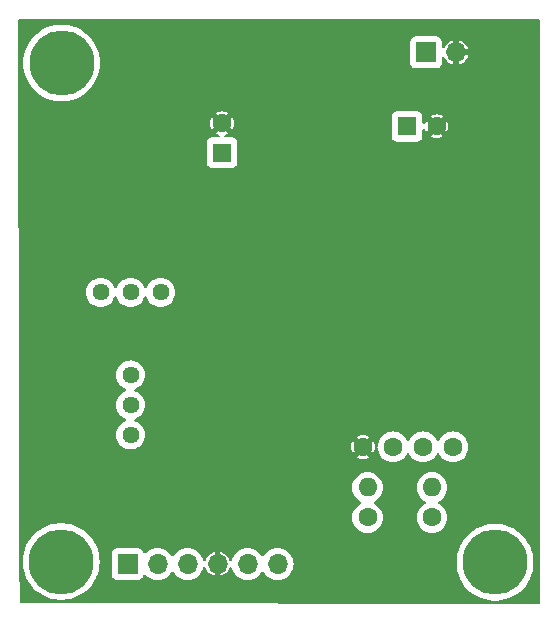
<source format=gbr>
%TF.GenerationSoftware,KiCad,Pcbnew,7.0.7*%
%TF.CreationDate,2024-03-21T17:46:43+00:00*%
%TF.ProjectId,BT401_Digimodes,42543430-315f-4446-9967-696d6f646573,rev?*%
%TF.SameCoordinates,Original*%
%TF.FileFunction,Copper,L2,Bot*%
%TF.FilePolarity,Positive*%
%FSLAX46Y46*%
G04 Gerber Fmt 4.6, Leading zero omitted, Abs format (unit mm)*
G04 Created by KiCad (PCBNEW 7.0.7) date 2024-03-21 17:46:43*
%MOMM*%
%LPD*%
G01*
G04 APERTURE LIST*
%TA.AperFunction,ComponentPad*%
%ADD10C,5.500000*%
%TD*%
%TA.AperFunction,ComponentPad*%
%ADD11R,1.600000X1.600000*%
%TD*%
%TA.AperFunction,ComponentPad*%
%ADD12C,1.600000*%
%TD*%
%TA.AperFunction,ComponentPad*%
%ADD13R,1.700000X1.700000*%
%TD*%
%TA.AperFunction,ComponentPad*%
%ADD14O,1.700000X1.700000*%
%TD*%
%TA.AperFunction,ComponentPad*%
%ADD15C,1.440000*%
%TD*%
%TA.AperFunction,ComponentPad*%
%ADD16O,1.600000X1.600000*%
%TD*%
%TA.AperFunction,ViaPad*%
%ADD17C,0.800000*%
%TD*%
G04 APERTURE END LIST*
D10*
%TO.P,,3*%
%TO.N,N/C*%
X130657600Y-97840800D03*
%TD*%
D11*
%TO.P,C5,1*%
%TO.N,+5V*%
X144272000Y-63231000D03*
D12*
%TO.P,C5,2*%
%TO.N,GND*%
X144272000Y-60731000D03*
%TD*%
D10*
%TO.P,REF\u002A\u002A,2*%
%TO.N,N/C*%
X167386000Y-97917000D03*
%TD*%
D13*
%TO.P,J1,1,Pin_1*%
%TO.N,TRX Data Out*%
X136271000Y-98044000D03*
D14*
%TO.P,J1,2,Pin_2*%
%TO.N,TRX Data In*%
X138811000Y-98044000D03*
%TO.P,J1,3,Pin_3*%
%TO.N,TRX Data Gnd*%
X141351000Y-98044000D03*
%TO.P,J1,4,Pin_4*%
%TO.N,GND*%
X143891000Y-98044000D03*
%TO.P,J1,5,Pin_5*%
%TO.N,TRX CAT RX*%
X146431000Y-98044000D03*
%TO.P,J1,6,Pin_6*%
%TO.N,TRX CAT TX*%
X148971000Y-98044000D03*
%TD*%
D15*
%TO.P,RV1,1,1*%
%TO.N,Net-(BT1-PA0)*%
X139065000Y-75057000D03*
%TO.P,RV1,2,2*%
%TO.N,Net-(C1-Pad2)*%
X136525000Y-75057000D03*
%TO.P,RV1,3,3*%
%TO.N,TRX Data Gnd*%
X133985000Y-75057000D03*
%TD*%
D13*
%TO.P,J2,1,Pin_1*%
%TO.N,+12V*%
X161544000Y-54737000D03*
D14*
%TO.P,J2,2,Pin_2*%
%TO.N,GND*%
X164084000Y-54737000D03*
%TD*%
D15*
%TO.P,RV2,1,1*%
%TO.N,Net-(C2-Pad2)*%
X136525000Y-82042000D03*
%TO.P,RV2,2,2*%
%TO.N,TRX Data In*%
X136525000Y-84582000D03*
%TO.P,RV2,3,3*%
%TO.N,TRX Data Gnd*%
X136525000Y-87122000D03*
%TD*%
D12*
%TO.P,L1,1*%
%TO.N,TRX CAT RX*%
X156591000Y-94107000D03*
D16*
%TO.P,L1,2*%
%TO.N,Net-(BT1-TX)*%
X156591000Y-91567000D03*
%TD*%
D11*
%TO.P,C4,1*%
%TO.N,+12V*%
X159933000Y-60985000D03*
D12*
%TO.P,C4,2*%
%TO.N,GND*%
X162433000Y-60985000D03*
%TD*%
%TO.P,L2,1*%
%TO.N,TRX CAT TX*%
X162052000Y-94107000D03*
D16*
%TO.P,L2,2*%
%TO.N,Net-(BT1-RX)*%
X162052000Y-91567000D03*
%TD*%
D12*
%TO.P,BT1,29,GND*%
%TO.N,GND*%
X156210000Y-88138000D03*
%TO.P,BT1,30,TX*%
%TO.N,Net-(BT1-TX)*%
X158750000Y-88138000D03*
%TO.P,BT1,31,RX*%
%TO.N,Net-(BT1-RX)*%
X161290000Y-88138000D03*
%TO.P,BT1,32,5.0V*%
%TO.N,+5V*%
X163830000Y-88138000D03*
%TD*%
D10*
%TO.P,REF\u002A\u002A,1*%
%TO.N,N/C*%
X130683000Y-55626000D03*
%TD*%
D17*
%TO.N,GND*%
X146177000Y-73787000D03*
X155067000Y-76962000D03*
X137160000Y-89916000D03*
X159893000Y-93091000D03*
X142621000Y-89154000D03*
X139573000Y-79248000D03*
%TD*%
%TA.AperFunction,Conductor*%
%TO.N,GND*%
G36*
X171138539Y-51963185D02*
G01*
X171184294Y-52015989D01*
X171195500Y-52067500D01*
X171195500Y-101348140D01*
X171175815Y-101415179D01*
X171123011Y-101460934D01*
X171071143Y-101472139D01*
X127250823Y-101345856D01*
X127183840Y-101325979D01*
X127138238Y-101273043D01*
X127127180Y-101222180D01*
X127118488Y-97840802D01*
X127402326Y-97840802D01*
X127421408Y-98192754D01*
X127452341Y-98381440D01*
X127473034Y-98507664D01*
X127478433Y-98540593D01*
X127478434Y-98540596D01*
X127572726Y-98880208D01*
X127572727Y-98880210D01*
X127703188Y-99207644D01*
X127703197Y-99207662D01*
X127868295Y-99519069D01*
X128066098Y-99810806D01*
X128066105Y-99810816D01*
X128294285Y-100079449D01*
X128294286Y-100079450D01*
X128550180Y-100321846D01*
X128830782Y-100535154D01*
X129132802Y-100716874D01*
X129132806Y-100716875D01*
X129132810Y-100716878D01*
X129452688Y-100864870D01*
X129452692Y-100864870D01*
X129452699Y-100864874D01*
X129786722Y-100977419D01*
X130130955Y-101053191D01*
X130481363Y-101091300D01*
X130481369Y-101091300D01*
X130833831Y-101091300D01*
X130833837Y-101091300D01*
X131184245Y-101053191D01*
X131528478Y-100977419D01*
X131862501Y-100864874D01*
X131862508Y-100864870D01*
X131862511Y-100864870D01*
X132182389Y-100716878D01*
X132182398Y-100716874D01*
X132484418Y-100535154D01*
X132765020Y-100321846D01*
X133020914Y-100079450D01*
X133249101Y-99810808D01*
X133446905Y-99519069D01*
X133612007Y-99207654D01*
X133717905Y-98941870D01*
X134920500Y-98941870D01*
X134920501Y-98941876D01*
X134926908Y-99001483D01*
X134977202Y-99136328D01*
X134977206Y-99136335D01*
X135063452Y-99251544D01*
X135063455Y-99251547D01*
X135178664Y-99337793D01*
X135178671Y-99337797D01*
X135313517Y-99388091D01*
X135313516Y-99388091D01*
X135320444Y-99388835D01*
X135373127Y-99394500D01*
X137168872Y-99394499D01*
X137228483Y-99388091D01*
X137363331Y-99337796D01*
X137478546Y-99251546D01*
X137564796Y-99136331D01*
X137613810Y-99004916D01*
X137655681Y-98948984D01*
X137721145Y-98924566D01*
X137789418Y-98939417D01*
X137817673Y-98960569D01*
X137939599Y-99082495D01*
X138036384Y-99150265D01*
X138133165Y-99218032D01*
X138133167Y-99218033D01*
X138133170Y-99218035D01*
X138347337Y-99317903D01*
X138575592Y-99379063D01*
X138752034Y-99394500D01*
X138810999Y-99399659D01*
X138811000Y-99399659D01*
X138811001Y-99399659D01*
X138869966Y-99394500D01*
X139046408Y-99379063D01*
X139274663Y-99317903D01*
X139488830Y-99218035D01*
X139682401Y-99082495D01*
X139849495Y-98915401D01*
X139979424Y-98729842D01*
X140034002Y-98686217D01*
X140103500Y-98679023D01*
X140165855Y-98710546D01*
X140182575Y-98729842D01*
X140312500Y-98915395D01*
X140312505Y-98915401D01*
X140479599Y-99082495D01*
X140576384Y-99150265D01*
X140673165Y-99218032D01*
X140673167Y-99218033D01*
X140673170Y-99218035D01*
X140887337Y-99317903D01*
X141115592Y-99379063D01*
X141292034Y-99394500D01*
X141350999Y-99399659D01*
X141351000Y-99399659D01*
X141351001Y-99399659D01*
X141409966Y-99394500D01*
X141586408Y-99379063D01*
X141814663Y-99317903D01*
X142028830Y-99218035D01*
X142222401Y-99082495D01*
X142389495Y-98915401D01*
X142525035Y-98721830D01*
X142624903Y-98507663D01*
X142657678Y-98385342D01*
X142694042Y-98325683D01*
X142756889Y-98295153D01*
X142826265Y-98303447D01*
X142880143Y-98347932D01*
X142896113Y-98381440D01*
X142916232Y-98447763D01*
X143013728Y-98630166D01*
X143013732Y-98630173D01*
X143144944Y-98790055D01*
X143304826Y-98921267D01*
X143304833Y-98921271D01*
X143487233Y-99018766D01*
X143641000Y-99065410D01*
X143641000Y-98656301D01*
X143660685Y-98589262D01*
X143713489Y-98543507D01*
X143782647Y-98533563D01*
X143855237Y-98544000D01*
X143855238Y-98544000D01*
X143926762Y-98544000D01*
X143926763Y-98544000D01*
X143999353Y-98533563D01*
X144068512Y-98543507D01*
X144121315Y-98589262D01*
X144141000Y-98656301D01*
X144141000Y-99065410D01*
X144294766Y-99018766D01*
X144477166Y-98921271D01*
X144477173Y-98921267D01*
X144637055Y-98790055D01*
X144768267Y-98630173D01*
X144768271Y-98630166D01*
X144865766Y-98447765D01*
X144885885Y-98381442D01*
X144924182Y-98323003D01*
X144987994Y-98294546D01*
X145057061Y-98305105D01*
X145109455Y-98351329D01*
X145124321Y-98385342D01*
X145157095Y-98507658D01*
X145157096Y-98507660D01*
X145157097Y-98507663D01*
X145207987Y-98616796D01*
X145256965Y-98721830D01*
X145256967Y-98721834D01*
X145365281Y-98876521D01*
X145392505Y-98915401D01*
X145559599Y-99082495D01*
X145656384Y-99150265D01*
X145753165Y-99218032D01*
X145753167Y-99218033D01*
X145753170Y-99218035D01*
X145967337Y-99317903D01*
X146195592Y-99379063D01*
X146372034Y-99394500D01*
X146430999Y-99399659D01*
X146431000Y-99399659D01*
X146431001Y-99399659D01*
X146489966Y-99394500D01*
X146666408Y-99379063D01*
X146894663Y-99317903D01*
X147108830Y-99218035D01*
X147302401Y-99082495D01*
X147469495Y-98915401D01*
X147599424Y-98729842D01*
X147654002Y-98686217D01*
X147723500Y-98679023D01*
X147785855Y-98710546D01*
X147802575Y-98729842D01*
X147932500Y-98915395D01*
X147932505Y-98915401D01*
X148099599Y-99082495D01*
X148196384Y-99150265D01*
X148293165Y-99218032D01*
X148293167Y-99218033D01*
X148293170Y-99218035D01*
X148507337Y-99317903D01*
X148735592Y-99379063D01*
X148912034Y-99394500D01*
X148970999Y-99399659D01*
X148971000Y-99399659D01*
X148971001Y-99399659D01*
X149029966Y-99394500D01*
X149206408Y-99379063D01*
X149434663Y-99317903D01*
X149648830Y-99218035D01*
X149842401Y-99082495D01*
X150009495Y-98915401D01*
X150145035Y-98721830D01*
X150244903Y-98507663D01*
X150306063Y-98279408D01*
X150326659Y-98044000D01*
X150315548Y-97917002D01*
X164130726Y-97917002D01*
X164149808Y-98268954D01*
X164182596Y-98468952D01*
X164202319Y-98589262D01*
X164206833Y-98616793D01*
X164206834Y-98616796D01*
X164301126Y-98956408D01*
X164301127Y-98956410D01*
X164431588Y-99283844D01*
X164431597Y-99283862D01*
X164596695Y-99595269D01*
X164794498Y-99887006D01*
X164794505Y-99887016D01*
X164957960Y-100079449D01*
X165022686Y-100155650D01*
X165278580Y-100398046D01*
X165559182Y-100611354D01*
X165861202Y-100793074D01*
X165861206Y-100793075D01*
X165861210Y-100793078D01*
X166181088Y-100941070D01*
X166181092Y-100941070D01*
X166181099Y-100941074D01*
X166515122Y-101053619D01*
X166859355Y-101129391D01*
X167209763Y-101167500D01*
X167209769Y-101167500D01*
X167562231Y-101167500D01*
X167562237Y-101167500D01*
X167912645Y-101129391D01*
X168256878Y-101053619D01*
X168590901Y-100941074D01*
X168590908Y-100941070D01*
X168590911Y-100941070D01*
X168910789Y-100793078D01*
X168910798Y-100793074D01*
X169212818Y-100611354D01*
X169493420Y-100398046D01*
X169749314Y-100155650D01*
X169977501Y-99887008D01*
X170175305Y-99595269D01*
X170340407Y-99283854D01*
X170470871Y-98956414D01*
X170474908Y-98941876D01*
X170517060Y-98790055D01*
X170565168Y-98616788D01*
X170622191Y-98268957D01*
X170641274Y-97917000D01*
X170637142Y-97840800D01*
X170623021Y-97580344D01*
X170622191Y-97565043D01*
X170565168Y-97217212D01*
X170522704Y-97064271D01*
X170470873Y-96877591D01*
X170470872Y-96877589D01*
X170467834Y-96869965D01*
X170397525Y-96693501D01*
X170340411Y-96550155D01*
X170340402Y-96550137D01*
X170175304Y-96238730D01*
X170123639Y-96162530D01*
X169977501Y-95946992D01*
X169977497Y-95946987D01*
X169977494Y-95946983D01*
X169749314Y-95678350D01*
X169749313Y-95678349D01*
X169493420Y-95435954D01*
X169493413Y-95435948D01*
X169493410Y-95435946D01*
X169328791Y-95310806D01*
X169212818Y-95222646D01*
X169212815Y-95222644D01*
X168910802Y-95040928D01*
X168910789Y-95040921D01*
X168590911Y-94892929D01*
X168590906Y-94892928D01*
X168590903Y-94892927D01*
X168590901Y-94892926D01*
X168484432Y-94857052D01*
X168256880Y-94780381D01*
X167912643Y-94704608D01*
X167562238Y-94666500D01*
X167562237Y-94666500D01*
X167209763Y-94666500D01*
X167209761Y-94666500D01*
X166859356Y-94704608D01*
X166515119Y-94780381D01*
X166181093Y-94892928D01*
X166181088Y-94892929D01*
X165861210Y-95040921D01*
X165861197Y-95040928D01*
X165559184Y-95222644D01*
X165278589Y-95435946D01*
X165278580Y-95435954D01*
X165022685Y-95678350D01*
X164794505Y-95946983D01*
X164794498Y-95946993D01*
X164596695Y-96238730D01*
X164431597Y-96550137D01*
X164431588Y-96550155D01*
X164301127Y-96877589D01*
X164301126Y-96877591D01*
X164206834Y-97217203D01*
X164206833Y-97217206D01*
X164149808Y-97565045D01*
X164130726Y-97916997D01*
X164130726Y-97917002D01*
X150315548Y-97917002D01*
X150306063Y-97808592D01*
X150244903Y-97580337D01*
X150145035Y-97366171D01*
X150139425Y-97358158D01*
X150009494Y-97172597D01*
X149842402Y-97005506D01*
X149842395Y-97005501D01*
X149648834Y-96869967D01*
X149648830Y-96869965D01*
X149648828Y-96869964D01*
X149434663Y-96770097D01*
X149434659Y-96770096D01*
X149434655Y-96770094D01*
X149206413Y-96708938D01*
X149206403Y-96708936D01*
X148971001Y-96688341D01*
X148970999Y-96688341D01*
X148735596Y-96708936D01*
X148735586Y-96708938D01*
X148507344Y-96770094D01*
X148507335Y-96770098D01*
X148293171Y-96869964D01*
X148293169Y-96869965D01*
X148099597Y-97005505D01*
X147932505Y-97172597D01*
X147802575Y-97358158D01*
X147747998Y-97401783D01*
X147678500Y-97408977D01*
X147616145Y-97377454D01*
X147599425Y-97358158D01*
X147469494Y-97172597D01*
X147302402Y-97005506D01*
X147302395Y-97005501D01*
X147108834Y-96869967D01*
X147108830Y-96869965D01*
X147108828Y-96869964D01*
X146894663Y-96770097D01*
X146894659Y-96770096D01*
X146894655Y-96770094D01*
X146666413Y-96708938D01*
X146666403Y-96708936D01*
X146431001Y-96688341D01*
X146430999Y-96688341D01*
X146195596Y-96708936D01*
X146195586Y-96708938D01*
X145967344Y-96770094D01*
X145967335Y-96770098D01*
X145753171Y-96869964D01*
X145753169Y-96869965D01*
X145559597Y-97005505D01*
X145392505Y-97172597D01*
X145256965Y-97366169D01*
X145256964Y-97366171D01*
X145157098Y-97580335D01*
X145157095Y-97580342D01*
X145124321Y-97702657D01*
X145087956Y-97762317D01*
X145025109Y-97792846D01*
X144955733Y-97784551D01*
X144901855Y-97740066D01*
X144885885Y-97706558D01*
X144865765Y-97640233D01*
X144768271Y-97457833D01*
X144768267Y-97457826D01*
X144637055Y-97297944D01*
X144477173Y-97166732D01*
X144477166Y-97166728D01*
X144294763Y-97069232D01*
X144141000Y-97022587D01*
X144141000Y-97431698D01*
X144121315Y-97498737D01*
X144068511Y-97544492D01*
X143999355Y-97554436D01*
X143926766Y-97544000D01*
X143926763Y-97544000D01*
X143855237Y-97544000D01*
X143855233Y-97544000D01*
X143782645Y-97554436D01*
X143713487Y-97544492D01*
X143660684Y-97498736D01*
X143641000Y-97431698D01*
X143641000Y-97022587D01*
X143487236Y-97069232D01*
X143304833Y-97166728D01*
X143304826Y-97166732D01*
X143144944Y-97297944D01*
X143013732Y-97457826D01*
X143013728Y-97457833D01*
X142916232Y-97640236D01*
X142896113Y-97706559D01*
X142857815Y-97764997D01*
X142794003Y-97793454D01*
X142724936Y-97782893D01*
X142672543Y-97736668D01*
X142657678Y-97702656D01*
X142624905Y-97580344D01*
X142624904Y-97580342D01*
X142624903Y-97580337D01*
X142525035Y-97366171D01*
X142519425Y-97358158D01*
X142389494Y-97172597D01*
X142222402Y-97005506D01*
X142222395Y-97005501D01*
X142028834Y-96869967D01*
X142028830Y-96869965D01*
X142028828Y-96869964D01*
X141814663Y-96770097D01*
X141814659Y-96770096D01*
X141814655Y-96770094D01*
X141586413Y-96708938D01*
X141586403Y-96708936D01*
X141351001Y-96688341D01*
X141350999Y-96688341D01*
X141115596Y-96708936D01*
X141115586Y-96708938D01*
X140887344Y-96770094D01*
X140887335Y-96770098D01*
X140673171Y-96869964D01*
X140673169Y-96869965D01*
X140479597Y-97005505D01*
X140312505Y-97172597D01*
X140182575Y-97358158D01*
X140127998Y-97401783D01*
X140058500Y-97408977D01*
X139996145Y-97377454D01*
X139979425Y-97358158D01*
X139849494Y-97172597D01*
X139682402Y-97005506D01*
X139682395Y-97005501D01*
X139488834Y-96869967D01*
X139488830Y-96869965D01*
X139488828Y-96869964D01*
X139274663Y-96770097D01*
X139274659Y-96770096D01*
X139274655Y-96770094D01*
X139046413Y-96708938D01*
X139046403Y-96708936D01*
X138811001Y-96688341D01*
X138810999Y-96688341D01*
X138575596Y-96708936D01*
X138575586Y-96708938D01*
X138347344Y-96770094D01*
X138347335Y-96770098D01*
X138133171Y-96869964D01*
X138133169Y-96869965D01*
X137939600Y-97005503D01*
X137817673Y-97127430D01*
X137756350Y-97160914D01*
X137686658Y-97155930D01*
X137630725Y-97114058D01*
X137613810Y-97083081D01*
X137564797Y-96951671D01*
X137564793Y-96951664D01*
X137478547Y-96836455D01*
X137478544Y-96836452D01*
X137363335Y-96750206D01*
X137363328Y-96750202D01*
X137228482Y-96699908D01*
X137228483Y-96699908D01*
X137168883Y-96693501D01*
X137168881Y-96693500D01*
X137168873Y-96693500D01*
X137168864Y-96693500D01*
X135373129Y-96693500D01*
X135373123Y-96693501D01*
X135313516Y-96699908D01*
X135178671Y-96750202D01*
X135178664Y-96750206D01*
X135063455Y-96836452D01*
X135063452Y-96836455D01*
X134977206Y-96951664D01*
X134977202Y-96951671D01*
X134926908Y-97086517D01*
X134920501Y-97146116D01*
X134920500Y-97146135D01*
X134920500Y-98941870D01*
X133717905Y-98941870D01*
X133742471Y-98880214D01*
X133836768Y-98540588D01*
X133893791Y-98192757D01*
X133908742Y-97917002D01*
X133912874Y-97840802D01*
X133912874Y-97840797D01*
X133897923Y-97565045D01*
X133893791Y-97488843D01*
X133836768Y-97141012D01*
X133784196Y-96951664D01*
X133742473Y-96801391D01*
X133742472Y-96801389D01*
X133612011Y-96473955D01*
X133612002Y-96473937D01*
X133446905Y-96162531D01*
X133249101Y-95870792D01*
X133249097Y-95870787D01*
X133249094Y-95870783D01*
X133020914Y-95602150D01*
X132845463Y-95435954D01*
X132765020Y-95359754D01*
X132765013Y-95359748D01*
X132765010Y-95359746D01*
X132484415Y-95146444D01*
X132182402Y-94964728D01*
X132182389Y-94964721D01*
X131862511Y-94816729D01*
X131862506Y-94816728D01*
X131862503Y-94816727D01*
X131862501Y-94816726D01*
X131754632Y-94780381D01*
X131528480Y-94704181D01*
X131184243Y-94628408D01*
X130833838Y-94590300D01*
X130833837Y-94590300D01*
X130481363Y-94590300D01*
X130481361Y-94590300D01*
X130130956Y-94628408D01*
X129786719Y-94704181D01*
X129452693Y-94816728D01*
X129452688Y-94816729D01*
X129132810Y-94964721D01*
X129132797Y-94964728D01*
X128830784Y-95146444D01*
X128550189Y-95359746D01*
X128550180Y-95359754D01*
X128294285Y-95602150D01*
X128066105Y-95870783D01*
X128066098Y-95870793D01*
X127868295Y-96162530D01*
X127703197Y-96473937D01*
X127703188Y-96473955D01*
X127572727Y-96801389D01*
X127572726Y-96801391D01*
X127478434Y-97141003D01*
X127478433Y-97141006D01*
X127421408Y-97488845D01*
X127402326Y-97840797D01*
X127402326Y-97840802D01*
X127118488Y-97840802D01*
X127108890Y-94107001D01*
X155285532Y-94107001D01*
X155305364Y-94333686D01*
X155305366Y-94333697D01*
X155364258Y-94553488D01*
X155364261Y-94553497D01*
X155460431Y-94759732D01*
X155460432Y-94759734D01*
X155590954Y-94946141D01*
X155751858Y-95107045D01*
X155751861Y-95107047D01*
X155938266Y-95237568D01*
X156144504Y-95333739D01*
X156364308Y-95392635D01*
X156526230Y-95406801D01*
X156590998Y-95412468D01*
X156591000Y-95412468D01*
X156591002Y-95412468D01*
X156647673Y-95407509D01*
X156817692Y-95392635D01*
X157037496Y-95333739D01*
X157243734Y-95237568D01*
X157430139Y-95107047D01*
X157591047Y-94946139D01*
X157721568Y-94759734D01*
X157817739Y-94553496D01*
X157876635Y-94333692D01*
X157896468Y-94107001D01*
X160746532Y-94107001D01*
X160766364Y-94333686D01*
X160766366Y-94333697D01*
X160825258Y-94553488D01*
X160825261Y-94553497D01*
X160921431Y-94759732D01*
X160921432Y-94759734D01*
X161051954Y-94946141D01*
X161212858Y-95107045D01*
X161212861Y-95107047D01*
X161399266Y-95237568D01*
X161605504Y-95333739D01*
X161825308Y-95392635D01*
X161987230Y-95406801D01*
X162051998Y-95412468D01*
X162052000Y-95412468D01*
X162052002Y-95412468D01*
X162108673Y-95407509D01*
X162278692Y-95392635D01*
X162498496Y-95333739D01*
X162704734Y-95237568D01*
X162891139Y-95107047D01*
X163052047Y-94946139D01*
X163182568Y-94759734D01*
X163278739Y-94553496D01*
X163337635Y-94333692D01*
X163357468Y-94107000D01*
X163337635Y-93880308D01*
X163278739Y-93660504D01*
X163182568Y-93454266D01*
X163052047Y-93267861D01*
X163052045Y-93267858D01*
X162891141Y-93106954D01*
X162704734Y-92976432D01*
X162704728Y-92976429D01*
X162646725Y-92949382D01*
X162594285Y-92903210D01*
X162575133Y-92836017D01*
X162595348Y-92769135D01*
X162646725Y-92724618D01*
X162704734Y-92697568D01*
X162891139Y-92567047D01*
X163052047Y-92406139D01*
X163182568Y-92219734D01*
X163278739Y-92013496D01*
X163337635Y-91793692D01*
X163357468Y-91567000D01*
X163337635Y-91340308D01*
X163278739Y-91120504D01*
X163182568Y-90914266D01*
X163052047Y-90727861D01*
X163052045Y-90727858D01*
X162891141Y-90566954D01*
X162704734Y-90436432D01*
X162704732Y-90436431D01*
X162498497Y-90340261D01*
X162498488Y-90340258D01*
X162278697Y-90281366D01*
X162278693Y-90281365D01*
X162278692Y-90281365D01*
X162278691Y-90281364D01*
X162278686Y-90281364D01*
X162052002Y-90261532D01*
X162051998Y-90261532D01*
X161825313Y-90281364D01*
X161825302Y-90281366D01*
X161605511Y-90340258D01*
X161605502Y-90340261D01*
X161399267Y-90436431D01*
X161399265Y-90436432D01*
X161212858Y-90566954D01*
X161051954Y-90727858D01*
X160921432Y-90914265D01*
X160921431Y-90914267D01*
X160825261Y-91120502D01*
X160825258Y-91120511D01*
X160766366Y-91340302D01*
X160766364Y-91340313D01*
X160746532Y-91566998D01*
X160746532Y-91567001D01*
X160766364Y-91793686D01*
X160766366Y-91793697D01*
X160825258Y-92013488D01*
X160825261Y-92013497D01*
X160921431Y-92219732D01*
X160921432Y-92219734D01*
X161051954Y-92406141D01*
X161212858Y-92567045D01*
X161212861Y-92567047D01*
X161399266Y-92697568D01*
X161457275Y-92724618D01*
X161509714Y-92770791D01*
X161528866Y-92837984D01*
X161508650Y-92904865D01*
X161457275Y-92949382D01*
X161399267Y-92976431D01*
X161399265Y-92976432D01*
X161212858Y-93106954D01*
X161051954Y-93267858D01*
X160921432Y-93454265D01*
X160921431Y-93454267D01*
X160825261Y-93660502D01*
X160825258Y-93660511D01*
X160766366Y-93880302D01*
X160766364Y-93880313D01*
X160746532Y-94106998D01*
X160746532Y-94107001D01*
X157896468Y-94107001D01*
X157896468Y-94107000D01*
X157876635Y-93880308D01*
X157817739Y-93660504D01*
X157721568Y-93454266D01*
X157591047Y-93267861D01*
X157591045Y-93267858D01*
X157430141Y-93106954D01*
X157243734Y-92976432D01*
X157243728Y-92976429D01*
X157185725Y-92949382D01*
X157133285Y-92903210D01*
X157114133Y-92836017D01*
X157134348Y-92769135D01*
X157185725Y-92724618D01*
X157243734Y-92697568D01*
X157430139Y-92567047D01*
X157591047Y-92406139D01*
X157721568Y-92219734D01*
X157817739Y-92013496D01*
X157876635Y-91793692D01*
X157896468Y-91567000D01*
X157876635Y-91340308D01*
X157817739Y-91120504D01*
X157721568Y-90914266D01*
X157591047Y-90727861D01*
X157591045Y-90727858D01*
X157430141Y-90566954D01*
X157243734Y-90436432D01*
X157243732Y-90436431D01*
X157037497Y-90340261D01*
X157037488Y-90340258D01*
X156817697Y-90281366D01*
X156817693Y-90281365D01*
X156817692Y-90281365D01*
X156817691Y-90281364D01*
X156817686Y-90281364D01*
X156591002Y-90261532D01*
X156590998Y-90261532D01*
X156364313Y-90281364D01*
X156364302Y-90281366D01*
X156144511Y-90340258D01*
X156144502Y-90340261D01*
X155938267Y-90436431D01*
X155938265Y-90436432D01*
X155751858Y-90566954D01*
X155590954Y-90727858D01*
X155460432Y-90914265D01*
X155460431Y-90914267D01*
X155364261Y-91120502D01*
X155364258Y-91120511D01*
X155305366Y-91340302D01*
X155305364Y-91340313D01*
X155285532Y-91566998D01*
X155285532Y-91567001D01*
X155305364Y-91793686D01*
X155305366Y-91793697D01*
X155364258Y-92013488D01*
X155364261Y-92013497D01*
X155460431Y-92219732D01*
X155460432Y-92219734D01*
X155590954Y-92406141D01*
X155751858Y-92567045D01*
X155751861Y-92567047D01*
X155938266Y-92697568D01*
X155996275Y-92724618D01*
X156048714Y-92770791D01*
X156067866Y-92837984D01*
X156047650Y-92904865D01*
X155996275Y-92949382D01*
X155938267Y-92976431D01*
X155938265Y-92976432D01*
X155751858Y-93106954D01*
X155590954Y-93267858D01*
X155460432Y-93454265D01*
X155460431Y-93454267D01*
X155364261Y-93660502D01*
X155364258Y-93660511D01*
X155305366Y-93880302D01*
X155305364Y-93880313D01*
X155285532Y-94106998D01*
X155285532Y-94107001D01*
X127108890Y-94107001D01*
X127090934Y-87122001D01*
X135299838Y-87122001D01*
X135318450Y-87334741D01*
X135318452Y-87334752D01*
X135373721Y-87541022D01*
X135373723Y-87541026D01*
X135373724Y-87541030D01*
X135374771Y-87543275D01*
X135463977Y-87734578D01*
X135586472Y-87909521D01*
X135737478Y-88060527D01*
X135737481Y-88060529D01*
X135912419Y-88183021D01*
X135912421Y-88183022D01*
X135912420Y-88183022D01*
X135970037Y-88209889D01*
X136105970Y-88273276D01*
X136312253Y-88328549D01*
X136464215Y-88341844D01*
X136524998Y-88347162D01*
X136525000Y-88347162D01*
X136525002Y-88347162D01*
X136578186Y-88342508D01*
X136737747Y-88328549D01*
X136944030Y-88273276D01*
X137137581Y-88183021D01*
X137201880Y-88137999D01*
X155205161Y-88137999D01*
X155224468Y-88334030D01*
X155281652Y-88522538D01*
X155347922Y-88646522D01*
X155601049Y-88393395D01*
X155662372Y-88359910D01*
X155732063Y-88364894D01*
X155787997Y-88406765D01*
X155793045Y-88414036D01*
X155828238Y-88468797D01*
X155943602Y-88568759D01*
X155941287Y-88571430D01*
X155975978Y-88611435D01*
X155985946Y-88680590D01*
X155956945Y-88744156D01*
X155950883Y-88750669D01*
X155701476Y-89000076D01*
X155825466Y-89066350D01*
X156013969Y-89123531D01*
X156013965Y-89123531D01*
X156210000Y-89142838D01*
X156406032Y-89123531D01*
X156594539Y-89066348D01*
X156718523Y-89000077D01*
X156469116Y-88750670D01*
X156435631Y-88689347D01*
X156440615Y-88619655D01*
X156477641Y-88570194D01*
X156476398Y-88568759D01*
X156483100Y-88562952D01*
X156591761Y-88468798D01*
X156626955Y-88414034D01*
X156679754Y-88368283D01*
X156748913Y-88358338D01*
X156812469Y-88387362D01*
X156818949Y-88393395D01*
X157072077Y-88646523D01*
X157138348Y-88522539D01*
X157195531Y-88334032D01*
X157205772Y-88230053D01*
X157231933Y-88165266D01*
X157269794Y-88138474D01*
X157387468Y-88138474D01*
X157419172Y-88156904D01*
X157451003Y-88219102D01*
X157452703Y-88231399D01*
X157464364Y-88364687D01*
X157464366Y-88364697D01*
X157523258Y-88584488D01*
X157523261Y-88584497D01*
X157619431Y-88790732D01*
X157619432Y-88790734D01*
X157749954Y-88977141D01*
X157910858Y-89138045D01*
X157910861Y-89138047D01*
X158097266Y-89268568D01*
X158303504Y-89364739D01*
X158523308Y-89423635D01*
X158685230Y-89437801D01*
X158749998Y-89443468D01*
X158750000Y-89443468D01*
X158750002Y-89443468D01*
X158806672Y-89438509D01*
X158976692Y-89423635D01*
X159196496Y-89364739D01*
X159402734Y-89268568D01*
X159589139Y-89138047D01*
X159750047Y-88977139D01*
X159880568Y-88790734D01*
X159907618Y-88732724D01*
X159953790Y-88680285D01*
X160020983Y-88661133D01*
X160087865Y-88681348D01*
X160132382Y-88732725D01*
X160159429Y-88790728D01*
X160159432Y-88790734D01*
X160289954Y-88977141D01*
X160450858Y-89138045D01*
X160450861Y-89138047D01*
X160637266Y-89268568D01*
X160843504Y-89364739D01*
X161063308Y-89423635D01*
X161225230Y-89437801D01*
X161289998Y-89443468D01*
X161290000Y-89443468D01*
X161290002Y-89443468D01*
X161346673Y-89438509D01*
X161516692Y-89423635D01*
X161736496Y-89364739D01*
X161942734Y-89268568D01*
X162129139Y-89138047D01*
X162290047Y-88977139D01*
X162420568Y-88790734D01*
X162447618Y-88732724D01*
X162493790Y-88680285D01*
X162560983Y-88661133D01*
X162627865Y-88681348D01*
X162672382Y-88732725D01*
X162699429Y-88790728D01*
X162699432Y-88790734D01*
X162829954Y-88977141D01*
X162990858Y-89138045D01*
X162990861Y-89138047D01*
X163177266Y-89268568D01*
X163383504Y-89364739D01*
X163603308Y-89423635D01*
X163765230Y-89437801D01*
X163829998Y-89443468D01*
X163830000Y-89443468D01*
X163830002Y-89443468D01*
X163886673Y-89438509D01*
X164056692Y-89423635D01*
X164276496Y-89364739D01*
X164482734Y-89268568D01*
X164669139Y-89138047D01*
X164830047Y-88977139D01*
X164960568Y-88790734D01*
X165056739Y-88584496D01*
X165115635Y-88364692D01*
X165135468Y-88138000D01*
X165133899Y-88120071D01*
X165127414Y-88045946D01*
X165115635Y-87911308D01*
X165056739Y-87691504D01*
X164960568Y-87485266D01*
X164830047Y-87298861D01*
X164830045Y-87298858D01*
X164669141Y-87137954D01*
X164482734Y-87007432D01*
X164482732Y-87007431D01*
X164276497Y-86911261D01*
X164276488Y-86911258D01*
X164056697Y-86852366D01*
X164056693Y-86852365D01*
X164056692Y-86852365D01*
X164056691Y-86852364D01*
X164056686Y-86852364D01*
X163830002Y-86832532D01*
X163829998Y-86832532D01*
X163603313Y-86852364D01*
X163603302Y-86852366D01*
X163383511Y-86911258D01*
X163383502Y-86911261D01*
X163177267Y-87007431D01*
X163177265Y-87007432D01*
X162990858Y-87137954D01*
X162829954Y-87298858D01*
X162699432Y-87485265D01*
X162699431Y-87485267D01*
X162680750Y-87525329D01*
X162673433Y-87541022D01*
X162672382Y-87543275D01*
X162626209Y-87595714D01*
X162559016Y-87614866D01*
X162492135Y-87594650D01*
X162447618Y-87543275D01*
X162446571Y-87541030D01*
X162420568Y-87485266D01*
X162290047Y-87298861D01*
X162290045Y-87298858D01*
X162129141Y-87137954D01*
X161942734Y-87007432D01*
X161942732Y-87007431D01*
X161736497Y-86911261D01*
X161736488Y-86911258D01*
X161516697Y-86852366D01*
X161516693Y-86852365D01*
X161516692Y-86852365D01*
X161516691Y-86852364D01*
X161516686Y-86852364D01*
X161290002Y-86832532D01*
X161289998Y-86832532D01*
X161063313Y-86852364D01*
X161063302Y-86852366D01*
X160843511Y-86911258D01*
X160843502Y-86911261D01*
X160637267Y-87007431D01*
X160637265Y-87007432D01*
X160450858Y-87137954D01*
X160289954Y-87298858D01*
X160159432Y-87485265D01*
X160159431Y-87485267D01*
X160140750Y-87525329D01*
X160133433Y-87541022D01*
X160132382Y-87543275D01*
X160086209Y-87595714D01*
X160019016Y-87614866D01*
X159952135Y-87594650D01*
X159907618Y-87543275D01*
X159906571Y-87541030D01*
X159880568Y-87485266D01*
X159750047Y-87298861D01*
X159750045Y-87298858D01*
X159589141Y-87137954D01*
X159402734Y-87007432D01*
X159402732Y-87007431D01*
X159196497Y-86911261D01*
X159196488Y-86911258D01*
X158976697Y-86852366D01*
X158976693Y-86852365D01*
X158976692Y-86852365D01*
X158976691Y-86852364D01*
X158976686Y-86852364D01*
X158750002Y-86832532D01*
X158749998Y-86832532D01*
X158523313Y-86852364D01*
X158523302Y-86852366D01*
X158303511Y-86911258D01*
X158303502Y-86911261D01*
X158097267Y-87007431D01*
X158097265Y-87007432D01*
X157910858Y-87137954D01*
X157749954Y-87298858D01*
X157619432Y-87485265D01*
X157619431Y-87485267D01*
X157523261Y-87691502D01*
X157523258Y-87691511D01*
X157464366Y-87911302D01*
X157464364Y-87911312D01*
X157452703Y-88044600D01*
X157427250Y-88109668D01*
X157387468Y-88138474D01*
X157269794Y-88138474D01*
X157271033Y-88137597D01*
X157240113Y-88120071D01*
X157207606Y-88058224D01*
X157205772Y-88045946D01*
X157195531Y-87941967D01*
X157138350Y-87753466D01*
X157072076Y-87629476D01*
X156818949Y-87882603D01*
X156757626Y-87916088D01*
X156687934Y-87911104D01*
X156632001Y-87869232D01*
X156626952Y-87861961D01*
X156591761Y-87807202D01*
X156483100Y-87713048D01*
X156483099Y-87713047D01*
X156476398Y-87707241D01*
X156478704Y-87704578D01*
X156443988Y-87664492D01*
X156434063Y-87595330D01*
X156463105Y-87531782D01*
X156469115Y-87525329D01*
X156718522Y-87275922D01*
X156718522Y-87275921D01*
X156594538Y-87209652D01*
X156406030Y-87152468D01*
X156210000Y-87133161D01*
X156013969Y-87152468D01*
X155825461Y-87209652D01*
X155701476Y-87275922D01*
X155701476Y-87275923D01*
X155950883Y-87525330D01*
X155984368Y-87586653D01*
X155979384Y-87656345D01*
X155942357Y-87705805D01*
X155943602Y-87707241D01*
X155828238Y-87807202D01*
X155793046Y-87861962D01*
X155740242Y-87907717D01*
X155671083Y-87917660D01*
X155607528Y-87888634D01*
X155601050Y-87882603D01*
X155347923Y-87629476D01*
X155347922Y-87629476D01*
X155281652Y-87753461D01*
X155224468Y-87941969D01*
X155205161Y-88137999D01*
X137201880Y-88137999D01*
X137312519Y-88060529D01*
X137463529Y-87909519D01*
X137586021Y-87734581D01*
X137676276Y-87541030D01*
X137731549Y-87334747D01*
X137750162Y-87122000D01*
X137731549Y-86909253D01*
X137676276Y-86702970D01*
X137586021Y-86509419D01*
X137463529Y-86334481D01*
X137463527Y-86334478D01*
X137312521Y-86183472D01*
X137137578Y-86060977D01*
X137137579Y-86060977D01*
X137008547Y-86000809D01*
X136944030Y-85970724D01*
X136944023Y-85970722D01*
X136938936Y-85968870D01*
X136939709Y-85966746D01*
X136888305Y-85935424D01*
X136857766Y-85872581D01*
X136866050Y-85803204D01*
X136910528Y-85749320D01*
X136939315Y-85736172D01*
X136938936Y-85735130D01*
X136944013Y-85733280D01*
X136944030Y-85733276D01*
X137137581Y-85643021D01*
X137312519Y-85520529D01*
X137463529Y-85369519D01*
X137586021Y-85194581D01*
X137676276Y-85001030D01*
X137731549Y-84794747D01*
X137750162Y-84582000D01*
X137731549Y-84369253D01*
X137676276Y-84162970D01*
X137586021Y-83969419D01*
X137463529Y-83794481D01*
X137463527Y-83794478D01*
X137312521Y-83643472D01*
X137137578Y-83520977D01*
X137137579Y-83520977D01*
X137008547Y-83460809D01*
X136944030Y-83430724D01*
X136944023Y-83430722D01*
X136938936Y-83428870D01*
X136939709Y-83426746D01*
X136888305Y-83395424D01*
X136857766Y-83332581D01*
X136866050Y-83263204D01*
X136910528Y-83209320D01*
X136939315Y-83196172D01*
X136938936Y-83195130D01*
X136944013Y-83193280D01*
X136944030Y-83193276D01*
X137137581Y-83103021D01*
X137312519Y-82980529D01*
X137463529Y-82829519D01*
X137586021Y-82654581D01*
X137676276Y-82461030D01*
X137731549Y-82254747D01*
X137750162Y-82042000D01*
X137731549Y-81829253D01*
X137676276Y-81622970D01*
X137586021Y-81429419D01*
X137463529Y-81254481D01*
X137463527Y-81254478D01*
X137312521Y-81103472D01*
X137137578Y-80980977D01*
X137137579Y-80980977D01*
X137008547Y-80920809D01*
X136944030Y-80890724D01*
X136944026Y-80890723D01*
X136944022Y-80890721D01*
X136737752Y-80835452D01*
X136737748Y-80835451D01*
X136737747Y-80835451D01*
X136737746Y-80835450D01*
X136737741Y-80835450D01*
X136525002Y-80816838D01*
X136524998Y-80816838D01*
X136312258Y-80835450D01*
X136312247Y-80835452D01*
X136105977Y-80890721D01*
X136105968Y-80890725D01*
X135912421Y-80980977D01*
X135737478Y-81103472D01*
X135586472Y-81254478D01*
X135463977Y-81429421D01*
X135373725Y-81622968D01*
X135373721Y-81622977D01*
X135318452Y-81829247D01*
X135318450Y-81829258D01*
X135299838Y-82041998D01*
X135299838Y-82042001D01*
X135318450Y-82254741D01*
X135318452Y-82254752D01*
X135373721Y-82461022D01*
X135373723Y-82461026D01*
X135373724Y-82461030D01*
X135416171Y-82552058D01*
X135463977Y-82654578D01*
X135586472Y-82829521D01*
X135737478Y-82980527D01*
X135737481Y-82980529D01*
X135912419Y-83103021D01*
X135912421Y-83103022D01*
X135912420Y-83103022D01*
X135976936Y-83133106D01*
X136105970Y-83193276D01*
X136105983Y-83193279D01*
X136111064Y-83195130D01*
X136110292Y-83197250D01*
X136161710Y-83228594D01*
X136192237Y-83291442D01*
X136183939Y-83360817D01*
X136139452Y-83414693D01*
X136110685Y-83427830D01*
X136111064Y-83428870D01*
X136105972Y-83430723D01*
X136105970Y-83430724D01*
X136105967Y-83430725D01*
X136105968Y-83430725D01*
X135912421Y-83520977D01*
X135737478Y-83643472D01*
X135586472Y-83794478D01*
X135463977Y-83969421D01*
X135373725Y-84162968D01*
X135373721Y-84162977D01*
X135318452Y-84369247D01*
X135318450Y-84369258D01*
X135299838Y-84581998D01*
X135299838Y-84582001D01*
X135318450Y-84794741D01*
X135318452Y-84794752D01*
X135373721Y-85001022D01*
X135373723Y-85001026D01*
X135373724Y-85001030D01*
X135416171Y-85092058D01*
X135463977Y-85194578D01*
X135586472Y-85369521D01*
X135737478Y-85520527D01*
X135737481Y-85520529D01*
X135912419Y-85643021D01*
X135912421Y-85643022D01*
X135912420Y-85643022D01*
X135976936Y-85673106D01*
X136105970Y-85733276D01*
X136105983Y-85733279D01*
X136111064Y-85735130D01*
X136110292Y-85737250D01*
X136161710Y-85768594D01*
X136192237Y-85831442D01*
X136183939Y-85900817D01*
X136139452Y-85954693D01*
X136110685Y-85967830D01*
X136111064Y-85968870D01*
X136105972Y-85970723D01*
X136105970Y-85970724D01*
X136105967Y-85970725D01*
X136105968Y-85970725D01*
X135912421Y-86060977D01*
X135737478Y-86183472D01*
X135586472Y-86334478D01*
X135463977Y-86509421D01*
X135373725Y-86702968D01*
X135373721Y-86702977D01*
X135318452Y-86909247D01*
X135318450Y-86909258D01*
X135299838Y-87121998D01*
X135299838Y-87122001D01*
X127090934Y-87122001D01*
X127059919Y-75057001D01*
X132759838Y-75057001D01*
X132778450Y-75269741D01*
X132778452Y-75269752D01*
X132833721Y-75476022D01*
X132833723Y-75476026D01*
X132833724Y-75476030D01*
X132876171Y-75567058D01*
X132923977Y-75669578D01*
X133046472Y-75844521D01*
X133197478Y-75995527D01*
X133197481Y-75995529D01*
X133372419Y-76118021D01*
X133372421Y-76118022D01*
X133372420Y-76118022D01*
X133436936Y-76148106D01*
X133565970Y-76208276D01*
X133772253Y-76263549D01*
X133924215Y-76276843D01*
X133984998Y-76282162D01*
X133985000Y-76282162D01*
X133985002Y-76282162D01*
X134038186Y-76277508D01*
X134197747Y-76263549D01*
X134404030Y-76208276D01*
X134597581Y-76118021D01*
X134772519Y-75995529D01*
X134923529Y-75844519D01*
X135046021Y-75669581D01*
X135136276Y-75476030D01*
X135136280Y-75476013D01*
X135138130Y-75470936D01*
X135140253Y-75471709D01*
X135171576Y-75420305D01*
X135234419Y-75389766D01*
X135303796Y-75398050D01*
X135357680Y-75442528D01*
X135370827Y-75471315D01*
X135371870Y-75470936D01*
X135373722Y-75476022D01*
X135373724Y-75476030D01*
X135416171Y-75567058D01*
X135463977Y-75669578D01*
X135586472Y-75844521D01*
X135737478Y-75995527D01*
X135737481Y-75995529D01*
X135912419Y-76118021D01*
X135912421Y-76118022D01*
X135912420Y-76118022D01*
X135976936Y-76148106D01*
X136105970Y-76208276D01*
X136312253Y-76263549D01*
X136464215Y-76276843D01*
X136524998Y-76282162D01*
X136525000Y-76282162D01*
X136525002Y-76282162D01*
X136578186Y-76277508D01*
X136737747Y-76263549D01*
X136944030Y-76208276D01*
X137137581Y-76118021D01*
X137312519Y-75995529D01*
X137463529Y-75844519D01*
X137586021Y-75669581D01*
X137676276Y-75476030D01*
X137676280Y-75476013D01*
X137678130Y-75470936D01*
X137680253Y-75471709D01*
X137711576Y-75420305D01*
X137774419Y-75389766D01*
X137843796Y-75398050D01*
X137897680Y-75442528D01*
X137910827Y-75471315D01*
X137911870Y-75470936D01*
X137913722Y-75476022D01*
X137913724Y-75476030D01*
X137956171Y-75567058D01*
X138003977Y-75669578D01*
X138126472Y-75844521D01*
X138277478Y-75995527D01*
X138277481Y-75995529D01*
X138452419Y-76118021D01*
X138452421Y-76118022D01*
X138452420Y-76118022D01*
X138516936Y-76148106D01*
X138645970Y-76208276D01*
X138852253Y-76263549D01*
X139004215Y-76276843D01*
X139064998Y-76282162D01*
X139065000Y-76282162D01*
X139065002Y-76282162D01*
X139118186Y-76277508D01*
X139277747Y-76263549D01*
X139484030Y-76208276D01*
X139677581Y-76118021D01*
X139852519Y-75995529D01*
X140003529Y-75844519D01*
X140126021Y-75669581D01*
X140216276Y-75476030D01*
X140271549Y-75269747D01*
X140290162Y-75057000D01*
X140271549Y-74844253D01*
X140216276Y-74637970D01*
X140126021Y-74444419D01*
X140003529Y-74269481D01*
X140003527Y-74269478D01*
X139852521Y-74118472D01*
X139677578Y-73995977D01*
X139677579Y-73995977D01*
X139548547Y-73935809D01*
X139484030Y-73905724D01*
X139484026Y-73905723D01*
X139484022Y-73905721D01*
X139277752Y-73850452D01*
X139277748Y-73850451D01*
X139277747Y-73850451D01*
X139277746Y-73850450D01*
X139277741Y-73850450D01*
X139065002Y-73831838D01*
X139064998Y-73831838D01*
X138852258Y-73850450D01*
X138852247Y-73850452D01*
X138645977Y-73905721D01*
X138645968Y-73905725D01*
X138452421Y-73995977D01*
X138277478Y-74118472D01*
X138126472Y-74269478D01*
X138003977Y-74444421D01*
X137913725Y-74637968D01*
X137911870Y-74643064D01*
X137909749Y-74642292D01*
X137878406Y-74693710D01*
X137815558Y-74724237D01*
X137746183Y-74715939D01*
X137692307Y-74671452D01*
X137679169Y-74642685D01*
X137678130Y-74643064D01*
X137676279Y-74637983D01*
X137676276Y-74637970D01*
X137586021Y-74444419D01*
X137463529Y-74269481D01*
X137463527Y-74269478D01*
X137312521Y-74118472D01*
X137137578Y-73995977D01*
X137137579Y-73995977D01*
X137008547Y-73935809D01*
X136944030Y-73905724D01*
X136944026Y-73905723D01*
X136944022Y-73905721D01*
X136737752Y-73850452D01*
X136737748Y-73850451D01*
X136737747Y-73850451D01*
X136737746Y-73850450D01*
X136737741Y-73850450D01*
X136525002Y-73831838D01*
X136524998Y-73831838D01*
X136312258Y-73850450D01*
X136312247Y-73850452D01*
X136105977Y-73905721D01*
X136105968Y-73905725D01*
X135912421Y-73995977D01*
X135737478Y-74118472D01*
X135586472Y-74269478D01*
X135463977Y-74444421D01*
X135373725Y-74637968D01*
X135371870Y-74643064D01*
X135369749Y-74642292D01*
X135338406Y-74693710D01*
X135275558Y-74724237D01*
X135206183Y-74715939D01*
X135152307Y-74671452D01*
X135139169Y-74642685D01*
X135138130Y-74643064D01*
X135136279Y-74637983D01*
X135136276Y-74637970D01*
X135046021Y-74444419D01*
X134923529Y-74269481D01*
X134923527Y-74269478D01*
X134772521Y-74118472D01*
X134597578Y-73995977D01*
X134597579Y-73995977D01*
X134468547Y-73935809D01*
X134404030Y-73905724D01*
X134404026Y-73905723D01*
X134404022Y-73905721D01*
X134197752Y-73850452D01*
X134197748Y-73850451D01*
X134197747Y-73850451D01*
X134197746Y-73850450D01*
X134197741Y-73850450D01*
X133985002Y-73831838D01*
X133984998Y-73831838D01*
X133772258Y-73850450D01*
X133772247Y-73850452D01*
X133565977Y-73905721D01*
X133565968Y-73905725D01*
X133372421Y-73995977D01*
X133197478Y-74118472D01*
X133046472Y-74269478D01*
X132923977Y-74444421D01*
X132833725Y-74637968D01*
X132833721Y-74637977D01*
X132778452Y-74844247D01*
X132778450Y-74844258D01*
X132759838Y-75056998D01*
X132759838Y-75057001D01*
X127059919Y-75057001D01*
X127031698Y-64078870D01*
X142971500Y-64078870D01*
X142971501Y-64078876D01*
X142977908Y-64138483D01*
X143028202Y-64273328D01*
X143028206Y-64273335D01*
X143114452Y-64388544D01*
X143114455Y-64388547D01*
X143229664Y-64474793D01*
X143229671Y-64474797D01*
X143364517Y-64525091D01*
X143364516Y-64525091D01*
X143371444Y-64525835D01*
X143424127Y-64531500D01*
X145119872Y-64531499D01*
X145179483Y-64525091D01*
X145314331Y-64474796D01*
X145429546Y-64388546D01*
X145515796Y-64273331D01*
X145566091Y-64138483D01*
X145572500Y-64078873D01*
X145572499Y-62383128D01*
X145566091Y-62323517D01*
X145551911Y-62285499D01*
X145515797Y-62188671D01*
X145515793Y-62188664D01*
X145429547Y-62073455D01*
X145429544Y-62073452D01*
X145314335Y-61987206D01*
X145314328Y-61987202D01*
X145179482Y-61936908D01*
X145179483Y-61936908D01*
X145119883Y-61930501D01*
X145119881Y-61930500D01*
X145119873Y-61930500D01*
X145119865Y-61930500D01*
X144598611Y-61930500D01*
X144531572Y-61910815D01*
X144485817Y-61858011D01*
X144482202Y-61832870D01*
X158632500Y-61832870D01*
X158632501Y-61832876D01*
X158638908Y-61892483D01*
X158689202Y-62027328D01*
X158689206Y-62027335D01*
X158775452Y-62142544D01*
X158775455Y-62142547D01*
X158890664Y-62228793D01*
X158890671Y-62228797D01*
X159025517Y-62279091D01*
X159025516Y-62279091D01*
X159032444Y-62279835D01*
X159085127Y-62285500D01*
X160780872Y-62285499D01*
X160840483Y-62279091D01*
X160975331Y-62228796D01*
X161090546Y-62142546D01*
X161176796Y-62027331D01*
X161227091Y-61892483D01*
X161233500Y-61832873D01*
X161233499Y-61311608D01*
X161253183Y-61244572D01*
X161305987Y-61198817D01*
X161375146Y-61188873D01*
X161438702Y-61217898D01*
X161476159Y-61275615D01*
X161504649Y-61369533D01*
X161570922Y-61493522D01*
X161895579Y-61168865D01*
X161956902Y-61135380D01*
X162026593Y-61140364D01*
X162082527Y-61182235D01*
X162093744Y-61200250D01*
X162102736Y-61217898D01*
X162105358Y-61223044D01*
X162105363Y-61223050D01*
X162194949Y-61312636D01*
X162194951Y-61312637D01*
X162194955Y-61312641D01*
X162217747Y-61324254D01*
X162268542Y-61372228D01*
X162285337Y-61440049D01*
X162262799Y-61506184D01*
X162249132Y-61522419D01*
X161924476Y-61847076D01*
X162048466Y-61913350D01*
X162236969Y-61970531D01*
X162236965Y-61970531D01*
X162433000Y-61989838D01*
X162629032Y-61970531D01*
X162817537Y-61913348D01*
X162941522Y-61847076D01*
X162616866Y-61522419D01*
X162583381Y-61461096D01*
X162588365Y-61391404D01*
X162630237Y-61335471D01*
X162648245Y-61324258D01*
X162671045Y-61312641D01*
X162760641Y-61223045D01*
X162772254Y-61200252D01*
X162820225Y-61149458D01*
X162888046Y-61132661D01*
X162954181Y-61155197D01*
X162970419Y-61168866D01*
X163295076Y-61493522D01*
X163361348Y-61369537D01*
X163418531Y-61181032D01*
X163437838Y-60985000D01*
X163418531Y-60788967D01*
X163361350Y-60600466D01*
X163295076Y-60476476D01*
X162970419Y-60801132D01*
X162909096Y-60834617D01*
X162839404Y-60829633D01*
X162783471Y-60787761D01*
X162772256Y-60769751D01*
X162760641Y-60746955D01*
X162760637Y-60746951D01*
X162760636Y-60746949D01*
X162671050Y-60657363D01*
X162671046Y-60657360D01*
X162671045Y-60657359D01*
X162669853Y-60656752D01*
X162648250Y-60645744D01*
X162597454Y-60597769D01*
X162580660Y-60529948D01*
X162603198Y-60463813D01*
X162616865Y-60447579D01*
X162941522Y-60122922D01*
X162941522Y-60122921D01*
X162817538Y-60056652D01*
X162629030Y-59999468D01*
X162433000Y-59980161D01*
X162236969Y-59999468D01*
X162048461Y-60056652D01*
X161924476Y-60122922D01*
X162249133Y-60447580D01*
X162282618Y-60508903D01*
X162277634Y-60578595D01*
X162235762Y-60634528D01*
X162217748Y-60645745D01*
X162194956Y-60657358D01*
X162194949Y-60657363D01*
X162105363Y-60746949D01*
X162105358Y-60746956D01*
X162093745Y-60769748D01*
X162045770Y-60820544D01*
X161977949Y-60837338D01*
X161911814Y-60814800D01*
X161895580Y-60801133D01*
X161570923Y-60476476D01*
X161570922Y-60476476D01*
X161504649Y-60600466D01*
X161476159Y-60694385D01*
X161437861Y-60752824D01*
X161374049Y-60781280D01*
X161304982Y-60770719D01*
X161252589Y-60724494D01*
X161233499Y-60658389D01*
X161233499Y-60137129D01*
X161233498Y-60137123D01*
X161233497Y-60137116D01*
X161227091Y-60077517D01*
X161176796Y-59942669D01*
X161176795Y-59942668D01*
X161176793Y-59942664D01*
X161090547Y-59827455D01*
X161090544Y-59827452D01*
X160975335Y-59741206D01*
X160975328Y-59741202D01*
X160840482Y-59690908D01*
X160840483Y-59690908D01*
X160780883Y-59684501D01*
X160780881Y-59684500D01*
X160780873Y-59684500D01*
X160780864Y-59684500D01*
X159085129Y-59684500D01*
X159085123Y-59684501D01*
X159025516Y-59690908D01*
X158890671Y-59741202D01*
X158890664Y-59741206D01*
X158775455Y-59827452D01*
X158775452Y-59827455D01*
X158689206Y-59942664D01*
X158689202Y-59942671D01*
X158638908Y-60077517D01*
X158634027Y-60122921D01*
X158632501Y-60137123D01*
X158632500Y-60137135D01*
X158632500Y-61832870D01*
X144482202Y-61832870D01*
X144475873Y-61788853D01*
X144504898Y-61725297D01*
X144562616Y-61687839D01*
X144656537Y-61659348D01*
X144780522Y-61593076D01*
X144455866Y-61268419D01*
X144422381Y-61207096D01*
X144427365Y-61137404D01*
X144469237Y-61081471D01*
X144487245Y-61070258D01*
X144510045Y-61058641D01*
X144599641Y-60969045D01*
X144611254Y-60946252D01*
X144659225Y-60895458D01*
X144727046Y-60878661D01*
X144793181Y-60901197D01*
X144809419Y-60914866D01*
X145134076Y-61239522D01*
X145200348Y-61115537D01*
X145257531Y-60927032D01*
X145276838Y-60731000D01*
X145257531Y-60534967D01*
X145200350Y-60346466D01*
X145134076Y-60222476D01*
X144809419Y-60547132D01*
X144748096Y-60580617D01*
X144678404Y-60575633D01*
X144622471Y-60533761D01*
X144611256Y-60515751D01*
X144599641Y-60492955D01*
X144599637Y-60492951D01*
X144599636Y-60492949D01*
X144510050Y-60403363D01*
X144510046Y-60403360D01*
X144510045Y-60403359D01*
X144508853Y-60402752D01*
X144487250Y-60391744D01*
X144436454Y-60343769D01*
X144419660Y-60275948D01*
X144442198Y-60209813D01*
X144455865Y-60193579D01*
X144780522Y-59868922D01*
X144780522Y-59868921D01*
X144656538Y-59802652D01*
X144468030Y-59745468D01*
X144271999Y-59726161D01*
X144075969Y-59745468D01*
X143887461Y-59802652D01*
X143763476Y-59868922D01*
X143763476Y-59868923D01*
X144088133Y-60193580D01*
X144121618Y-60254903D01*
X144116634Y-60324595D01*
X144074762Y-60380528D01*
X144056748Y-60391745D01*
X144033956Y-60403358D01*
X144033949Y-60403363D01*
X143944363Y-60492949D01*
X143944358Y-60492956D01*
X143932745Y-60515748D01*
X143884770Y-60566544D01*
X143816949Y-60583338D01*
X143750814Y-60560800D01*
X143734580Y-60547133D01*
X143409923Y-60222476D01*
X143409922Y-60222476D01*
X143343652Y-60346461D01*
X143286468Y-60534969D01*
X143267161Y-60731000D01*
X143286468Y-60927030D01*
X143343652Y-61115538D01*
X143409922Y-61239522D01*
X143734579Y-60914865D01*
X143795902Y-60881380D01*
X143865593Y-60886364D01*
X143921527Y-60928235D01*
X143932744Y-60946250D01*
X143944358Y-60969044D01*
X143944363Y-60969050D01*
X144033949Y-61058636D01*
X144033951Y-61058637D01*
X144033955Y-61058641D01*
X144056747Y-61070254D01*
X144107542Y-61118228D01*
X144124337Y-61186049D01*
X144101799Y-61252184D01*
X144088132Y-61268419D01*
X143763476Y-61593076D01*
X143887466Y-61659349D01*
X143981384Y-61687839D01*
X144039823Y-61726136D01*
X144068279Y-61789948D01*
X144057719Y-61859016D01*
X144011495Y-61911409D01*
X143945389Y-61930500D01*
X143424129Y-61930500D01*
X143424123Y-61930501D01*
X143364516Y-61936908D01*
X143229671Y-61987202D01*
X143229664Y-61987206D01*
X143114455Y-62073452D01*
X143114452Y-62073455D01*
X143028206Y-62188664D01*
X143028202Y-62188671D01*
X142977908Y-62323517D01*
X142971501Y-62383116D01*
X142971501Y-62383123D01*
X142971500Y-62383135D01*
X142971500Y-64078870D01*
X127031698Y-64078870D01*
X127026078Y-61892482D01*
X127009969Y-55626002D01*
X127427726Y-55626002D01*
X127446808Y-55977954D01*
X127503833Y-56325793D01*
X127503834Y-56325796D01*
X127598126Y-56665408D01*
X127598127Y-56665410D01*
X127728588Y-56992844D01*
X127728597Y-56992862D01*
X127893695Y-57304269D01*
X128091498Y-57596006D01*
X128091505Y-57596016D01*
X128319685Y-57864649D01*
X128319686Y-57864650D01*
X128575580Y-58107046D01*
X128856182Y-58320354D01*
X129158202Y-58502074D01*
X129158206Y-58502075D01*
X129158210Y-58502078D01*
X129478088Y-58650070D01*
X129478092Y-58650070D01*
X129478099Y-58650074D01*
X129812122Y-58762619D01*
X130156355Y-58838391D01*
X130506763Y-58876500D01*
X130506769Y-58876500D01*
X130859231Y-58876500D01*
X130859237Y-58876500D01*
X131209645Y-58838391D01*
X131553878Y-58762619D01*
X131887901Y-58650074D01*
X131887908Y-58650070D01*
X131887911Y-58650070D01*
X132207789Y-58502078D01*
X132207798Y-58502074D01*
X132509818Y-58320354D01*
X132790420Y-58107046D01*
X133046314Y-57864650D01*
X133274501Y-57596008D01*
X133472305Y-57304269D01*
X133637407Y-56992854D01*
X133767871Y-56665414D01*
X133862168Y-56325788D01*
X133919191Y-55977957D01*
X133937793Y-55634870D01*
X160193500Y-55634870D01*
X160193501Y-55634876D01*
X160199908Y-55694483D01*
X160250202Y-55829328D01*
X160250206Y-55829335D01*
X160336452Y-55944544D01*
X160336455Y-55944547D01*
X160451664Y-56030793D01*
X160451671Y-56030797D01*
X160586517Y-56081091D01*
X160586516Y-56081091D01*
X160593444Y-56081835D01*
X160646127Y-56087500D01*
X162441872Y-56087499D01*
X162501483Y-56081091D01*
X162636331Y-56030796D01*
X162751546Y-55944546D01*
X162837796Y-55829331D01*
X162888091Y-55694483D01*
X162894500Y-55634873D01*
X162894499Y-55234059D01*
X162914183Y-55167023D01*
X162966987Y-55121268D01*
X163036146Y-55111324D01*
X163099701Y-55140349D01*
X163127857Y-55175609D01*
X163206728Y-55323166D01*
X163206732Y-55323173D01*
X163337944Y-55483055D01*
X163497826Y-55614267D01*
X163497833Y-55614271D01*
X163680233Y-55711766D01*
X163834000Y-55758410D01*
X163834000Y-55349301D01*
X163853685Y-55282262D01*
X163906489Y-55236507D01*
X163975647Y-55226563D01*
X164048237Y-55237000D01*
X164048238Y-55237000D01*
X164119762Y-55237000D01*
X164119763Y-55237000D01*
X164192353Y-55226563D01*
X164261512Y-55236507D01*
X164314315Y-55282262D01*
X164334000Y-55349301D01*
X164334000Y-55758410D01*
X164487766Y-55711766D01*
X164670166Y-55614271D01*
X164670173Y-55614267D01*
X164830055Y-55483055D01*
X164961267Y-55323173D01*
X164961271Y-55323166D01*
X165058766Y-55140766D01*
X165105410Y-54987000D01*
X164697347Y-54987000D01*
X164630308Y-54967315D01*
X164584553Y-54914511D01*
X164574609Y-54845353D01*
X164578369Y-54828067D01*
X164584000Y-54808888D01*
X164584000Y-54665111D01*
X164578369Y-54645933D01*
X164578370Y-54576064D01*
X164616145Y-54517286D01*
X164679701Y-54488262D01*
X164697347Y-54487000D01*
X165105410Y-54487000D01*
X165058766Y-54333233D01*
X164961271Y-54150833D01*
X164961267Y-54150826D01*
X164830055Y-53990944D01*
X164670173Y-53859732D01*
X164670166Y-53859728D01*
X164487763Y-53762232D01*
X164334000Y-53715587D01*
X164334000Y-54124698D01*
X164314315Y-54191737D01*
X164261511Y-54237492D01*
X164192355Y-54247436D01*
X164119766Y-54237000D01*
X164119763Y-54237000D01*
X164048237Y-54237000D01*
X164048233Y-54237000D01*
X163975645Y-54247436D01*
X163906487Y-54237492D01*
X163853684Y-54191736D01*
X163834000Y-54124698D01*
X163834000Y-53715587D01*
X163680236Y-53762232D01*
X163497833Y-53859728D01*
X163497826Y-53859732D01*
X163337944Y-53990944D01*
X163206732Y-54150826D01*
X163206728Y-54150833D01*
X163127857Y-54298391D01*
X163078895Y-54348235D01*
X163010757Y-54363696D01*
X162945077Y-54339864D01*
X162902709Y-54284307D01*
X162894499Y-54239938D01*
X162894499Y-53839129D01*
X162894498Y-53839123D01*
X162894497Y-53839116D01*
X162888091Y-53779517D01*
X162837796Y-53644669D01*
X162837795Y-53644668D01*
X162837793Y-53644664D01*
X162751547Y-53529455D01*
X162751544Y-53529452D01*
X162636335Y-53443206D01*
X162636328Y-53443202D01*
X162501482Y-53392908D01*
X162501483Y-53392908D01*
X162441883Y-53386501D01*
X162441881Y-53386500D01*
X162441873Y-53386500D01*
X162441864Y-53386500D01*
X160646129Y-53386500D01*
X160646123Y-53386501D01*
X160586516Y-53392908D01*
X160451671Y-53443202D01*
X160451664Y-53443206D01*
X160336455Y-53529452D01*
X160336452Y-53529455D01*
X160250206Y-53644664D01*
X160250202Y-53644671D01*
X160199908Y-53779517D01*
X160193501Y-53839116D01*
X160193501Y-53839123D01*
X160193500Y-53839135D01*
X160193500Y-55634870D01*
X133937793Y-55634870D01*
X133938274Y-55626000D01*
X133919191Y-55274043D01*
X133862168Y-54926212D01*
X133819704Y-54773271D01*
X133767873Y-54586591D01*
X133767872Y-54586589D01*
X133763678Y-54576064D01*
X133726058Y-54481645D01*
X133637411Y-54259155D01*
X133637402Y-54259137D01*
X133631199Y-54247436D01*
X133472305Y-53947731D01*
X133274501Y-53655992D01*
X133274497Y-53655987D01*
X133274494Y-53655983D01*
X133046314Y-53387350D01*
X133045417Y-53386500D01*
X132790420Y-53144954D01*
X132790413Y-53144948D01*
X132790410Y-53144946D01*
X132509815Y-52931644D01*
X132207802Y-52749928D01*
X132207789Y-52749921D01*
X131887911Y-52601929D01*
X131887906Y-52601928D01*
X131887903Y-52601927D01*
X131887901Y-52601926D01*
X131781432Y-52566052D01*
X131553880Y-52489381D01*
X131209643Y-52413608D01*
X130859238Y-52375500D01*
X130859237Y-52375500D01*
X130506763Y-52375500D01*
X130506761Y-52375500D01*
X130156356Y-52413608D01*
X129812119Y-52489381D01*
X129478093Y-52601928D01*
X129478088Y-52601929D01*
X129158210Y-52749921D01*
X129158197Y-52749928D01*
X128856184Y-52931644D01*
X128575589Y-53144946D01*
X128575580Y-53144954D01*
X128319685Y-53387350D01*
X128091505Y-53655983D01*
X128091498Y-53655993D01*
X127893695Y-53947730D01*
X127728597Y-54259137D01*
X127728588Y-54259155D01*
X127598127Y-54586589D01*
X127598126Y-54586591D01*
X127503834Y-54926203D01*
X127503833Y-54926206D01*
X127446808Y-55274045D01*
X127427726Y-55625997D01*
X127427726Y-55626002D01*
X127009969Y-55626002D01*
X127000822Y-52067819D01*
X127020335Y-52000729D01*
X127073021Y-51954838D01*
X127124822Y-51943500D01*
X171071500Y-51943500D01*
X171138539Y-51963185D01*
G37*
%TD.AperFunction*%
%TD*%
M02*

</source>
